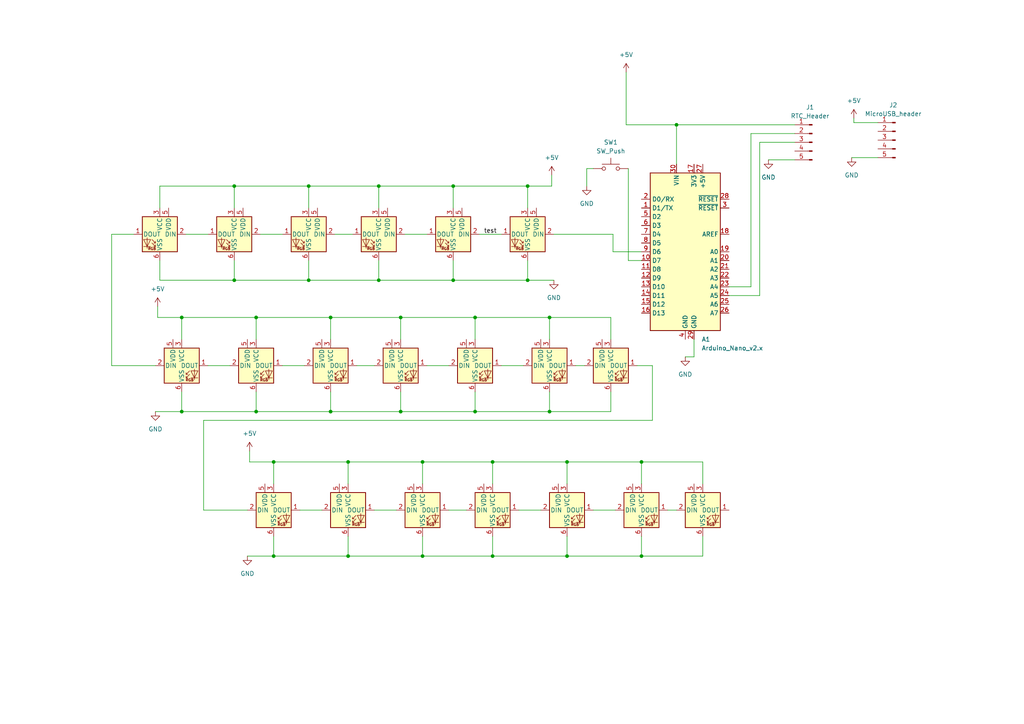
<source format=kicad_sch>
(kicad_sch (version 20230121) (generator eeschema)
  (paper "A4")
  (lib_symbols
    (symbol "Connector:Conn_01x05_Pin" (pin_names (offset 1.016) hide)
      (property "Reference" "J" (at 0 7.62 0))
      (property "Value" "Conn_01x05_Pin" (at 0 -7.62 0))
      (symbol "Conn_01x05_Pin_1_1"
        (polyline (pts (xy 1.27 -5.08) (xy 0.8636 -5.08)) (stroke (width 0.1524)))
        (polyline (pts (xy 1.27 -2.54) (xy 0.8636 -2.54)) (stroke (width 0.1524)))
        (polyline (pts (xy 1.27 0) (xy 0.8636 0)) (stroke (width 0.1524)))
        (polyline (pts (xy 1.27 2.54) (xy 0.8636 2.54)) (stroke (width 0.1524)))
        (polyline (pts (xy 1.27 5.08) (xy 0.8636 5.08)) (stroke (width 0.1524)))
        (rectangle (start 0.8636 -4.953) (end 0 -5.207) (stroke (width 0.1524)) (fill (type outline)))
        (rectangle (start 0.8636 -2.413) (end 0 -2.667) (stroke (width 0.1524)) (fill (type outline)))
        (rectangle (start 0.8636 0.127) (end 0 -0.127) (stroke (width 0.1524)) (fill (type outline)))
        (rectangle (start 0.8636 2.667) (end 0 2.413) (stroke (width 0.1524)) (fill (type outline)))
        (rectangle (start 0.8636 5.207) (end 0 4.953) (stroke (width 0.1524)) (fill (type outline)))
        (pin passive line (at 5.08 5.08 180) (length 3.81) (name "Pin_1") (number "1"))
        (pin passive line (at 5.08 2.54 180) (length 3.81) (name "Pin_2") (number "2"))
        (pin passive line (at 5.08 0 180) (length 3.81) (name "Pin_3") (number "3"))
        (pin passive line (at 5.08 -2.54 180) (length 3.81) (name "Pin_4") (number "4"))
        (pin passive line (at 5.08 -5.08 180) (length 3.81) (name "Pin_5") (number "5"))
      )
    )
    (symbol "LED:WS2812" (pin_names (offset 0.254))
      (property "Reference" "D" (at 5.08 5.715 0))
      (property "Value" "WS2812" (at 1.27 -5.715 0))
      (symbol "WS2812_0_0"
        (text "RGB" (at 2.286 -4.191 0) (effects (font (size 0.762 0.762))))
      )
      (symbol "WS2812_0_1"
        (polyline (pts (xy 1.27 -3.556) (xy 1.778 -3.556)))
        (polyline (pts (xy 1.27 -2.54) (xy 1.778 -2.54)))
        (polyline (pts (xy 4.699 -3.556) (xy 2.667 -3.556)))
        (polyline (pts (xy 2.286 -2.54) (xy 1.27 -3.556) (xy 1.27 -3.048)))
        (polyline (pts (xy 2.286 -1.524) (xy 1.27 -2.54) (xy 1.27 -2.032)))
        (polyline (pts (xy 3.683 -1.016) (xy 3.683 -3.556) (xy 3.683 -4.064)))
        (polyline (pts (xy 4.699 -1.524) (xy 2.667 -1.524) (xy 3.683 -3.556) (xy 4.699 -1.524)))
        (rectangle (start 5.08 5.08) (end -5.08 -5.08) (stroke (width 0.254)) (fill (type background)))
      )
      (symbol "WS2812_1_1"
        (pin output line (at 7.62 0 180) (length 2.54) (name "DOUT") (number "1"))
        (pin input line (at -7.62 0 0) (length 2.54) (name "DIN") (number "2"))
        (pin power_in line (at 0 7.62 270) (length 2.54) (name "VCC") (number "3"))
        (pin no_connect line (at 5.08 2.54 180) (length 2.54) hide (name "NC") (number "4"))
        (pin power_in line (at -2.54 7.62 270) (length 2.54) (name "VDD") (number "5"))
        (pin power_in line (at 0 -7.62 90) (length 2.54) (name "VSS") (number "6"))
      )
    )
    (symbol "MCU_Module:Arduino_Nano_v2.x"
      (property "Reference" "A" (at -10.16 23.495 0))
      (property "Value" "Arduino_Nano_v2.x" (at 5.08 -24.13 0))
      (symbol "Arduino_Nano_v2.x_0_1"
        (rectangle (start -10.16 22.86) (end 10.16 -22.86) (stroke (width 0.254)) (fill (type background)))
      )
      (symbol "Arduino_Nano_v2.x_1_1"
        (pin bidirectional line (at -12.7 12.7 0) (length 2.54) (name "D1/TX") (number "1"))
        (pin bidirectional line (at -12.7 -2.54 0) (length 2.54) (name "D7") (number "10"))
        (pin bidirectional line (at -12.7 -5.08 0) (length 2.54) (name "D8") (number "11"))
        (pin bidirectional line (at -12.7 -7.62 0) (length 2.54) (name "D9") (number "12"))
        (pin bidirectional line (at -12.7 -10.16 0) (length 2.54) (name "D10") (number "13"))
        (pin bidirectional line (at -12.7 -12.7 0) (length 2.54) (name "D11") (number "14"))
        (pin bidirectional line (at -12.7 -15.24 0) (length 2.54) (name "D12") (number "15"))
        (pin bidirectional line (at -12.7 -17.78 0) (length 2.54) (name "D13") (number "16"))
        (pin power_out line (at 2.54 25.4 270) (length 2.54) (name "3V3") (number "17"))
        (pin input line (at 12.7 5.08 180) (length 2.54) (name "AREF") (number "18"))
        (pin bidirectional line (at 12.7 0 180) (length 2.54) (name "A0") (number "19"))
        (pin bidirectional line (at -12.7 15.24 0) (length 2.54) (name "D0/RX") (number "2"))
        (pin bidirectional line (at 12.7 -2.54 180) (length 2.54) (name "A1") (number "20"))
        (pin bidirectional line (at 12.7 -5.08 180) (length 2.54) (name "A2") (number "21"))
        (pin bidirectional line (at 12.7 -7.62 180) (length 2.54) (name "A3") (number "22"))
        (pin bidirectional line (at 12.7 -10.16 180) (length 2.54) (name "A4") (number "23"))
        (pin bidirectional line (at 12.7 -12.7 180) (length 2.54) (name "A5") (number "24"))
        (pin bidirectional line (at 12.7 -15.24 180) (length 2.54) (name "A6") (number "25"))
        (pin bidirectional line (at 12.7 -17.78 180) (length 2.54) (name "A7") (number "26"))
        (pin power_out line (at 5.08 25.4 270) (length 2.54) (name "+5V") (number "27"))
        (pin input line (at 12.7 15.24 180) (length 2.54) (name "~{RESET}") (number "28"))
        (pin power_in line (at 2.54 -25.4 90) (length 2.54) (name "GND") (number "29"))
        (pin input line (at 12.7 12.7 180) (length 2.54) (name "~{RESET}") (number "3"))
        (pin power_in line (at -2.54 25.4 270) (length 2.54) (name "VIN") (number "30"))
        (pin power_in line (at 0 -25.4 90) (length 2.54) (name "GND") (number "4"))
        (pin bidirectional line (at -12.7 10.16 0) (length 2.54) (name "D2") (number "5"))
        (pin bidirectional line (at -12.7 7.62 0) (length 2.54) (name "D3") (number "6"))
        (pin bidirectional line (at -12.7 5.08 0) (length 2.54) (name "D4") (number "7"))
        (pin bidirectional line (at -12.7 2.54 0) (length 2.54) (name "D5") (number "8"))
        (pin bidirectional line (at -12.7 0 0) (length 2.54) (name "D6") (number "9"))
      )
    )
    (symbol "Switch:SW_Push" (pin_numbers hide) (pin_names (offset 1.016) hide)
      (property "Reference" "SW" (at 1.27 2.54 0))
      (property "Value" "SW_Push" (at 0 -1.524 0))
      (symbol "SW_Push_0_1"
        (circle (center -2.032 0) (radius 0.508))
        (polyline (pts (xy 0 1.27) (xy 0 3.048)))
        (polyline (pts (xy 2.54 1.27) (xy -2.54 1.27)))
        (circle (center 2.032 0) (radius 0.508))
        (pin passive line (at -5.08 0 0) (length 2.54) (name "1") (number "1"))
        (pin passive line (at 5.08 0 180) (length 2.54) (name "2") (number "2"))
      )
    )
    (symbol "power:+5V" (power) (pin_names (offset 0))
      (property "Value" "+5V" (at 0 3.556 0))
      (symbol "+5V_0_1"
        (polyline (pts (xy -0.762 1.27) (xy 0 2.54)))
        (polyline (pts (xy 0 0) (xy 0 2.54)))
        (polyline (pts (xy 0 2.54) (xy 0.762 1.27)))
      )
      (symbol "+5V_1_1"
        (pin power_in line (at 0 0 90) (length 0) hide (name "+5V") (number "1"))
      )
    )
    (symbol "power:GND" (power) (pin_names (offset 0))
      (property "Value" "GND" (at 0 -3.81 0))
      (symbol "GND_0_1"
        (polyline (pts (xy 0 0) (xy 0 -1.27) (xy 1.27 -1.27) (xy 0 -2.54) (xy -1.27 -1.27) (xy 0 -1.27)))
      )
      (symbol "GND_1_1"
        (pin power_in line (at 0 0 270) (length 0) hide (name "GND") (number "1"))
      )
    )
  )
  (junction (at 196.215 36.195))
  (junction (at 100.965 133.985))
  (junction (at 79.375 133.985))
  (junction (at 131.445 81.28))
  (junction (at 159.385 119.38))
  (junction (at 95.885 92.075))
  (junction (at 153.035 53.975))
  (junction (at 52.705 119.38))
  (junction (at 89.535 53.975))
  (junction (at 137.795 92.075))
  (junction (at 79.375 161.29))
  (junction (at 89.535 81.28))
  (junction (at 137.795 119.38))
  (junction (at 142.875 133.985))
  (junction (at 109.855 53.975))
  (junction (at 116.205 119.38))
  (junction (at 164.465 133.985))
  (junction (at 67.945 53.975))
  (junction (at 74.295 92.075))
  (junction (at 95.885 119.38))
  (junction (at 164.465 161.29))
  (junction (at 122.555 133.985))
  (junction (at 186.055 133.985))
  (junction (at 109.855 81.28))
  (junction (at 100.965 161.29))
  (junction (at 67.945 81.28))
  (junction (at 186.055 161.29))
  (junction (at 159.385 92.075))
  (junction (at 122.555 161.29))
  (junction (at 74.295 119.38))
  (junction (at 153.035 81.28))
  (junction (at 116.205 92.075))
  (junction (at 131.445 53.975))
  (junction (at 52.705 92.075))
  (junction (at 142.875 161.29))
  (wire (pts (xy 135.255 147.955) (xy 130.175 147.955)))
  (wire (pts (xy 142.875 155.575) (xy 142.875 161.29)))
  (wire (pts (xy 164.465 161.29) (xy 142.875 161.29)))
  (wire (pts (xy 186.055 133.985) (xy 203.835 133.985)))
  (wire (pts (xy 32.385 67.945) (xy 38.735 67.945)))
  (wire (pts (xy 189.23 121.92) (xy 189.23 106.045)))
  (wire (pts (xy 79.375 140.335) (xy 79.375 133.985)))
  (wire (pts (xy 95.885 113.665) (xy 95.885 119.38)))
  (wire (pts (xy 211.455 83.185) (xy 217.805 83.185)))
  (wire (pts (xy 95.885 92.075) (xy 74.295 92.075)))
  (wire (pts (xy 177.165 113.665) (xy 177.165 119.38)))
  (wire (pts (xy 74.295 113.665) (xy 74.295 119.38)))
  (wire (pts (xy 116.205 98.425) (xy 116.205 92.075)))
  (wire (pts (xy 203.835 140.335) (xy 203.835 133.985)))
  (wire (pts (xy 159.385 113.665) (xy 159.385 119.38)))
  (wire (pts (xy 95.885 119.38) (xy 74.295 119.38)))
  (wire (pts (xy 52.705 119.38) (xy 45.085 119.38)))
  (wire (pts (xy 45.72 92.075) (xy 52.705 92.075)))
  (wire (pts (xy 74.295 92.075) (xy 52.705 92.075)))
  (wire (pts (xy 186.055 161.29) (xy 203.835 161.29)))
  (wire (pts (xy 46.355 53.975) (xy 67.945 53.975)))
  (wire (pts (xy 159.385 92.075) (xy 177.165 92.075)))
  (wire (pts (xy 160.655 67.945) (xy 177.8 67.945)))
  (wire (pts (xy 67.945 60.325) (xy 67.945 53.975)))
  (wire (pts (xy 186.055 161.29) (xy 164.465 161.29)))
  (wire (pts (xy 159.385 119.38) (xy 177.165 119.38)))
  (wire (pts (xy 100.965 133.985) (xy 79.375 133.985)))
  (wire (pts (xy 137.795 92.075) (xy 116.205 92.075)))
  (wire (pts (xy 137.795 119.38) (xy 116.205 119.38)))
  (wire (pts (xy 201.295 103.505) (xy 201.295 98.425)))
  (wire (pts (xy 71.755 147.955) (xy 59.055 147.955)))
  (wire (pts (xy 153.035 81.28) (xy 160.655 81.28)))
  (wire (pts (xy 186.055 140.335) (xy 186.055 133.985)))
  (wire (pts (xy 247.65 35.56) (xy 247.65 34.29)))
  (wire (pts (xy 156.845 147.955) (xy 150.495 147.955)))
  (wire (pts (xy 97.155 67.945) (xy 102.235 67.945)))
  (wire (pts (xy 109.855 60.325) (xy 109.855 53.975)))
  (wire (pts (xy 109.855 53.975) (xy 131.445 53.975)))
  (wire (pts (xy 89.535 53.975) (xy 109.855 53.975)))
  (wire (pts (xy 72.39 133.985) (xy 79.375 133.985)))
  (wire (pts (xy 46.355 81.28) (xy 67.945 81.28)))
  (wire (pts (xy 95.885 98.425) (xy 95.885 92.075)))
  (wire (pts (xy 79.375 155.575) (xy 79.375 161.29)))
  (wire (pts (xy 117.475 67.945) (xy 123.825 67.945)))
  (wire (pts (xy 230.505 46.355) (xy 222.885 46.355)))
  (wire (pts (xy 193.675 147.955) (xy 196.215 147.955)))
  (wire (pts (xy 45.085 106.045) (xy 32.385 106.045)))
  (wire (pts (xy 177.8 67.945) (xy 177.8 73.025)))
  (wire (pts (xy 220.345 41.275) (xy 230.505 41.275)))
  (wire (pts (xy 159.385 119.38) (xy 137.795 119.38)))
  (wire (pts (xy 122.555 155.575) (xy 122.555 161.29)))
  (wire (pts (xy 75.565 67.945) (xy 81.915 67.945)))
  (wire (pts (xy 59.055 147.955) (xy 59.055 121.92)))
  (wire (pts (xy 46.355 60.325) (xy 46.355 53.975)))
  (wire (pts (xy 217.805 38.735) (xy 230.505 38.735)))
  (wire (pts (xy 67.945 75.565) (xy 67.945 81.28)))
  (wire (pts (xy 89.535 75.565) (xy 89.535 81.28)))
  (wire (pts (xy 137.795 113.665) (xy 137.795 119.38)))
  (wire (pts (xy 170.18 48.895) (xy 172.085 48.895)))
  (wire (pts (xy 137.795 98.425) (xy 137.795 92.075)))
  (wire (pts (xy 79.375 161.29) (xy 71.755 161.29)))
  (wire (pts (xy 159.385 98.425) (xy 159.385 92.075)))
  (wire (pts (xy 89.535 60.325) (xy 89.535 53.975)))
  (wire (pts (xy 74.295 98.425) (xy 74.295 92.075)))
  (wire (pts (xy 164.465 155.575) (xy 164.465 161.29)))
  (wire (pts (xy 167.005 106.045) (xy 169.545 106.045)))
  (wire (pts (xy 159.385 92.075) (xy 137.795 92.075)))
  (wire (pts (xy 178.435 147.955) (xy 172.085 147.955)))
  (wire (pts (xy 122.555 161.29) (xy 100.965 161.29)))
  (wire (pts (xy 181.61 20.955) (xy 181.61 36.195)))
  (wire (pts (xy 100.965 155.575) (xy 100.965 161.29)))
  (wire (pts (xy 52.705 98.425) (xy 52.705 92.075)))
  (wire (pts (xy 254.635 35.56) (xy 247.65 35.56)))
  (wire (pts (xy 181.61 36.195) (xy 196.215 36.195)))
  (wire (pts (xy 46.355 75.565) (xy 46.355 81.28)))
  (wire (pts (xy 217.805 83.185) (xy 217.805 38.735)))
  (wire (pts (xy 109.855 75.565) (xy 109.855 81.28)))
  (wire (pts (xy 131.445 75.565) (xy 131.445 81.28)))
  (wire (pts (xy 32.385 106.045) (xy 32.385 67.945)))
  (wire (pts (xy 116.205 92.075) (xy 95.885 92.075)))
  (wire (pts (xy 66.675 106.045) (xy 60.325 106.045)))
  (wire (pts (xy 53.975 67.945) (xy 60.325 67.945)))
  (wire (pts (xy 100.965 161.29) (xy 79.375 161.29)))
  (wire (pts (xy 67.945 53.975) (xy 89.535 53.975)))
  (wire (pts (xy 109.855 81.28) (xy 131.445 81.28)))
  (wire (pts (xy 247.015 45.72) (xy 254.635 45.72)))
  (wire (pts (xy 177.165 98.425) (xy 177.165 92.075)))
  (wire (pts (xy 160.02 53.975) (xy 153.035 53.975)))
  (wire (pts (xy 114.935 147.955) (xy 108.585 147.955)))
  (wire (pts (xy 220.345 85.725) (xy 220.345 41.275)))
  (wire (pts (xy 164.465 133.985) (xy 142.875 133.985)))
  (wire (pts (xy 142.875 161.29) (xy 122.555 161.29)))
  (wire (pts (xy 122.555 133.985) (xy 100.965 133.985)))
  (wire (pts (xy 108.585 106.045) (xy 103.505 106.045)))
  (wire (pts (xy 186.055 155.575) (xy 186.055 161.29)))
  (wire (pts (xy 170.18 48.895) (xy 170.18 53.975)))
  (wire (pts (xy 52.705 113.665) (xy 52.705 119.38)))
  (wire (pts (xy 45.72 88.9) (xy 45.72 92.075)))
  (wire (pts (xy 100.965 140.335) (xy 100.965 133.985)))
  (wire (pts (xy 116.205 119.38) (xy 95.885 119.38)))
  (wire (pts (xy 131.445 60.325) (xy 131.445 53.975)))
  (wire (pts (xy 153.035 60.325) (xy 153.035 53.975)))
  (wire (pts (xy 177.8 73.025) (xy 186.055 73.025)))
  (wire (pts (xy 116.205 113.665) (xy 116.205 119.38)))
  (wire (pts (xy 142.875 133.985) (xy 122.555 133.985)))
  (wire (pts (xy 139.065 67.945) (xy 145.415 67.945)))
  (wire (pts (xy 93.345 147.955) (xy 86.995 147.955)))
  (wire (pts (xy 196.215 36.195) (xy 230.505 36.195)))
  (wire (pts (xy 72.39 130.81) (xy 72.39 133.985)))
  (wire (pts (xy 196.215 36.195) (xy 196.215 47.625)))
  (wire (pts (xy 182.245 75.565) (xy 182.245 48.895)))
  (wire (pts (xy 153.035 75.565) (xy 153.035 81.28)))
  (wire (pts (xy 74.295 119.38) (xy 52.705 119.38)))
  (wire (pts (xy 186.055 133.985) (xy 164.465 133.985)))
  (wire (pts (xy 122.555 140.335) (xy 122.555 133.985)))
  (wire (pts (xy 88.265 106.045) (xy 81.915 106.045)))
  (wire (pts (xy 130.175 106.045) (xy 123.825 106.045)))
  (wire (pts (xy 131.445 81.28) (xy 153.035 81.28)))
  (wire (pts (xy 59.055 121.92) (xy 189.23 121.92)))
  (wire (pts (xy 160.02 50.8) (xy 160.02 53.975)))
  (wire (pts (xy 67.945 81.28) (xy 89.535 81.28)))
  (wire (pts (xy 198.755 103.505) (xy 201.295 103.505)))
  (wire (pts (xy 89.535 81.28) (xy 109.855 81.28)))
  (wire (pts (xy 151.765 106.045) (xy 145.415 106.045)))
  (wire (pts (xy 211.455 85.725) (xy 220.345 85.725)))
  (wire (pts (xy 131.445 53.975) (xy 153.035 53.975)))
  (wire (pts (xy 164.465 140.335) (xy 164.465 133.985)))
  (wire (pts (xy 189.23 106.045) (xy 184.785 106.045)))
  (wire (pts (xy 186.055 75.565) (xy 182.245 75.565)))
  (wire (pts (xy 142.875 140.335) (xy 142.875 133.985)))
  (wire (pts (xy 203.835 155.575) (xy 203.835 161.29)))
  (label "test" (at 140.335 67.945 0))
  (symbol (lib_id "LED:WS2812") (at 142.875 147.955 0) (unit 1)
    (property "Reference" "D17" (effects hide))
    (property "Value" "WS2812" (effects hide))
    (property "Footprint" "LED_SMD:LED_WS2812_PLCC6_5.0x5.0mm_P1.6mm" (effects hide))
    (property "Datasheet" "https://cdn-shop.adafruit.com/datasheets/WS2812.pdf" (effects hide))
  )
  (symbol (lib_id "power:+5V") (at 160.02 50.8 0) (unit 1)
    (property "Reference" "#PWR07" (effects hide))
    (property "Value" "+5V" (at 160.02 45.72 0))
  )
  (symbol (lib_id "LED:WS2812") (at 177.165 106.045 0) (unit 1)
    (property "Reference" "D13" (effects hide))
    (property "Value" "WS2812" (effects hide))
    (property "Footprint" "LED_SMD:LED_WS2812_PLCC6_5.0x5.0mm_P1.6mm" (effects hide))
    (property "Datasheet" "https://cdn-shop.adafruit.com/datasheets/WS2812.pdf" (effects hide))
  )
  (symbol (lib_id "LED:WS2812") (at 74.295 106.045 0) (unit 1)
    (property "Reference" "D8" (effects hide))
    (property "Value" "WS2812" (effects hide))
    (property "Footprint" "LED_SMD:LED_WS2812_PLCC6_5.0x5.0mm_P1.6mm" (effects hide))
    (property "Datasheet" "https://cdn-shop.adafruit.com/datasheets/WS2812.pdf" (effects hide))
  )
  (symbol (lib_id "MCU_Module:Arduino_Nano_v2.x") (at 198.755 73.025 0) (unit 1)
    (property "Reference" "A1" (at 203.4891 98.425 0) (effects (justify left)))
    (property "Value" "Arduino_Nano_v2.x" (at 203.4891 100.965 0) (effects (justify left)))
    (property "Footprint" "Module:Arduino_Nano" (effects hide))
    (property "Datasheet" "https://www.arduino.cc/en/uploads/Main/ArduinoNanoManual23.pdf" (effects hide))
  )
  (symbol (lib_id "LED:WS2812") (at 116.205 106.045 0) (unit 1)
    (property "Reference" "D10" (effects hide))
    (property "Value" "WS2812" (effects hide))
    (property "Footprint" "LED_SMD:LED_WS2812_PLCC6_5.0x5.0mm_P1.6mm" (effects hide))
    (property "Datasheet" "https://cdn-shop.adafruit.com/datasheets/WS2812.pdf" (effects hide))
  )
  (symbol (lib_id "Connector:Conn_01x05_Pin") (at 259.715 40.64 0) (mirror y) (unit 1)
    (property "Reference" "J2" (at 259.08 30.48 0))
    (property "Value" "MicroUSB_header" (at 259.08 33.02 0))
    (property "Footprint" "Connector_PinHeader_2.54mm:PinHeader_1x05_P2.54mm_Vertical" (effects hide))
  )
  (symbol (lib_id "LED:WS2812") (at 203.835 147.955 0) (unit 1)
    (property "Reference" "D20" (effects hide))
    (property "Value" "WS2812" (effects hide))
    (property "Footprint" "LED_SMD:LED_WS2812_PLCC6_5.0x5.0mm_P1.6mm" (effects hide))
    (property "Datasheet" "https://cdn-shop.adafruit.com/datasheets/WS2812.pdf" (effects hide))
  )
  (symbol (lib_id "LED:WS2812") (at 100.965 147.955 0) (unit 1)
    (property "Reference" "D15" (effects hide))
    (property "Value" "WS2812" (effects hide))
    (property "Footprint" "LED_SMD:LED_WS2812_PLCC6_5.0x5.0mm_P1.6mm" (effects hide))
    (property "Datasheet" "https://cdn-shop.adafruit.com/datasheets/WS2812.pdf" (effects hide))
  )
  (symbol (lib_id "power:GND") (at 247.015 45.72 0) (unit 1)
    (property "Reference" "#PWR04" (effects hide))
    (property "Value" "GND" (at 247.015 50.8 0))
  )
  (symbol (lib_id "LED:WS2812") (at 159.385 106.045 0) (unit 1)
    (property "Reference" "D12" (effects hide))
    (property "Value" "WS2812" (effects hide))
    (property "Footprint" "LED_SMD:LED_WS2812_PLCC6_5.0x5.0mm_P1.6mm" (effects hide))
    (property "Datasheet" "https://cdn-shop.adafruit.com/datasheets/WS2812.pdf" (effects hide))
  )
  (symbol (lib_id "power:+5V") (at 45.72 88.9 0) (mirror y) (unit 1)
    (property "Reference" "#PWR08" (effects hide))
    (property "Value" "+5V" (at 45.72 83.82 0))
  )
  (symbol (lib_id "Switch:SW_Push") (at 177.165 48.895 0) (unit 1)
    (property "Reference" "SW1" (at 177.165 41.275 0))
    (property "Value" "SW_Push" (at 177.165 43.815 0))
    (property "Footprint" "Button_Switch_THT:SW_PUSH_6mm" (effects hide))
  )
  (symbol (lib_id "LED:WS2812") (at 109.855 67.945 0) (mirror y) (unit 1)
    (property "Reference" "D3" (effects hide))
    (property "Value" "WS2812" (effects hide))
    (property "Footprint" "LED_SMD:LED_WS2812_PLCC6_5.0x5.0mm_P1.6mm" (effects hide))
    (property "Datasheet" "https://cdn-shop.adafruit.com/datasheets/WS2812.pdf" (effects hide))
  )
  (symbol (lib_id "power:+5V") (at 72.39 130.81 0) (mirror y) (unit 1)
    (property "Reference" "#PWR012" (effects hide))
    (property "Value" "+5V" (at 72.39 125.73 0))
  )
  (symbol (lib_id "power:GND") (at 198.755 103.505 0) (unit 1)
    (property "Reference" "#PWR06" (effects hide))
    (property "Value" "GND" (at 198.755 108.585 0))
  )
  (symbol (lib_id "LED:WS2812") (at 89.535 67.945 0) (mirror y) (unit 1)
    (property "Reference" "D4" (effects hide))
    (property "Value" "WS2812" (effects hide))
    (property "Footprint" "LED_SMD:LED_WS2812_PLCC6_5.0x5.0mm_P1.6mm" (effects hide))
    (property "Datasheet" "https://cdn-shop.adafruit.com/datasheets/WS2812.pdf" (effects hide))
  )
  (symbol (lib_id "LED:WS2812") (at 137.795 106.045 0) (unit 1)
    (property "Reference" "D11" (effects hide))
    (property "Value" "WS2812" (effects hide))
    (property "Footprint" "LED_SMD:LED_WS2812_PLCC6_5.0x5.0mm_P1.6mm" (effects hide))
    (property "Datasheet" "https://cdn-shop.adafruit.com/datasheets/WS2812.pdf" (effects hide))
  )
  (symbol (lib_id "LED:WS2812") (at 122.555 147.955 0) (unit 1)
    (property "Reference" "D16" (effects hide))
    (property "Value" "WS2812" (effects hide))
    (property "Footprint" "LED_SMD:LED_WS2812_PLCC6_5.0x5.0mm_P1.6mm" (effects hide))
    (property "Datasheet" "https://cdn-shop.adafruit.com/datasheets/WS2812.pdf" (effects hide))
  )
  (symbol (lib_id "power:GND") (at 71.755 161.29 0) (mirror y) (unit 1)
    (property "Reference" "#PWR011" (effects hide))
    (property "Value" "GND" (at 71.755 166.37 0))
  )
  (symbol (lib_id "power:GND") (at 222.885 46.355 0) (unit 1)
    (property "Reference" "#PWR05" (effects hide))
    (property "Value" "GND" (at 222.885 51.435 0))
  )
  (symbol (lib_id "LED:WS2812") (at 52.705 106.045 0) (unit 1)
    (property "Reference" "D7" (effects hide))
    (property "Value" "WS2812" (effects hide))
    (property "Footprint" "LED_SMD:LED_WS2812_PLCC6_5.0x5.0mm_P1.6mm" (effects hide))
    (property "Datasheet" "https://cdn-shop.adafruit.com/datasheets/WS2812.pdf" (effects hide))
  )
  (symbol (lib_id "power:GND") (at 160.655 81.28 0) (unit 1)
    (property "Reference" "#PWR02" (effects hide))
    (property "Value" "GND" (at 160.655 86.36 0))
  )
  (symbol (lib_id "LED:WS2812") (at 95.885 106.045 0) (unit 1)
    (property "Reference" "D9" (effects hide))
    (property "Value" "WS2812" (effects hide))
    (property "Footprint" "LED_SMD:LED_WS2812_PLCC6_5.0x5.0mm_P1.6mm" (effects hide))
    (property "Datasheet" "https://cdn-shop.adafruit.com/datasheets/WS2812.pdf" (effects hide))
  )
  (symbol (lib_id "LED:WS2812") (at 186.055 147.955 0) (unit 1)
    (property "Reference" "D19" (effects hide))
    (property "Value" "WS2812" (effects hide))
    (property "Footprint" "LED_SMD:LED_WS2812_PLCC6_5.0x5.0mm_P1.6mm" (effects hide))
    (property "Datasheet" "https://cdn-shop.adafruit.com/datasheets/WS2812.pdf" (effects hide))
  )
  (symbol (lib_id "LED:WS2812") (at 67.945 67.945 0) (mirror y) (unit 1)
    (property "Reference" "D5" (effects hide))
    (property "Value" "WS2812" (effects hide))
    (property "Footprint" "LED_SMD:LED_WS2812_PLCC6_5.0x5.0mm_P1.6mm" (effects hide))
    (property "Datasheet" "https://cdn-shop.adafruit.com/datasheets/WS2812.pdf" (effects hide))
  )
  (symbol (lib_id "LED:WS2812") (at 153.035 67.945 0) (mirror y) (unit 1)
    (property "Reference" "D1" (effects hide))
    (property "Value" "WS2812" (effects hide))
    (property "Footprint" "Library:LED_D5.0mm-4_RGB_WS2811" (effects hide))
    (property "Datasheet" "https://cdn-shop.adafruit.com/datasheets/WS2812.pdf" (effects hide))
  )
  (symbol (lib_id "power:+5V") (at 181.61 20.955 0) (unit 1)
    (property "Reference" "#PWR01" (effects hide))
    (property "Value" "+5V" (at 181.61 15.875 0))
  )
  (symbol (lib_id "Connector:Conn_01x05_Pin") (at 235.585 41.275 0) (mirror y) (unit 1)
    (property "Reference" "J1" (at 234.95 31.115 0))
    (property "Value" "RTC_Header" (at 234.95 33.655 0))
    (property "Footprint" "Connector_PinHeader_2.54mm:PinHeader_1x05_P2.54mm_Vertical" (effects hide))
  )
  (symbol (lib_id "power:GND") (at 45.085 119.38 0) (mirror y) (unit 1)
    (property "Reference" "#PWR09" (effects hide))
    (property "Value" "GND" (at 45.085 124.46 0))
  )
  (symbol (lib_id "power:+5V") (at 247.65 34.29 0) (unit 1)
    (property "Reference" "#PWR03" (effects hide))
    (property "Value" "+5V" (at 247.65 29.21 0))
  )
  (symbol (lib_id "LED:WS2812") (at 79.375 147.955 0) (unit 1)
    (property "Reference" "D14" (effects hide))
    (property "Value" "WS2812" (effects hide))
    (property "Footprint" "LED_SMD:LED_WS2812_PLCC6_5.0x5.0mm_P1.6mm" (effects hide))
    (property "Datasheet" "https://cdn-shop.adafruit.com/datasheets/WS2812.pdf" (effects hide))
  )
  (symbol (lib_id "LED:WS2812") (at 46.355 67.945 0) (mirror y) (unit 1)
    (property "Reference" "D6" (effects hide))
    (property "Value" "WS2812" (effects hide))
    (property "Footprint" "LED_SMD:LED_WS2812_PLCC6_5.0x5.0mm_P1.6mm" (effects hide))
    (property "Datasheet" "https://cdn-shop.adafruit.com/datasheets/WS2812.pdf" (effects hide))
  )
  (symbol (lib_id "LED:WS2812") (at 131.445 67.945 0) (mirror y) (unit 1)
    (property "Reference" "D2" (effects hide))
    (property "Value" "WS2812" (effects hide))
    (property "Footprint" "Library:LED_D5.0mm-4_RGB_WS2811" (effects hide))
    (property "Datasheet" "https://cdn-shop.adafruit.com/datasheets/WS2812.pdf" (effects hide))
  )
  (symbol (lib_id "power:GND") (at 170.18 53.975 0) (unit 1)
    (property "Reference" "#PWR010" (effects hide))
    (property "Value" "GND" (at 170.18 59.055 0))
  )
  (symbol (lib_id "LED:WS2812") (at 164.465 147.955 0) (unit 1)
    (property "Reference" "D18" (effects hide))
    (property "Value" "WS2812" (effects hide))
    (property "Footprint" "LED_SMD:LED_WS2812_PLCC6_5.0x5.0mm_P1.6mm" (effects hide))
    (property "Datasheet" "https://cdn-shop.adafruit.com/datasheets/WS2812.pdf" (effects hide))
  )
)
</source>
